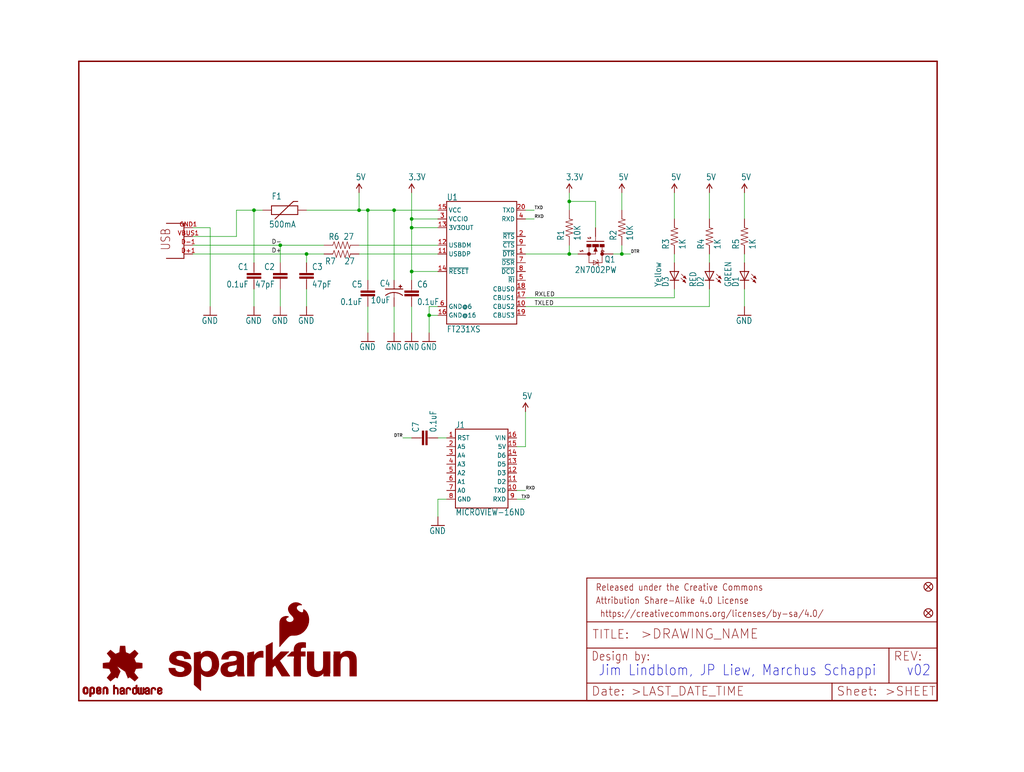
<source format=kicad_sch>
(kicad_sch (version 20211123) (generator eeschema)
  (paper "User" 297.002 223.926)
  (lib_symbols
    (symbol "eagleSchem-eagle-import:0.1UF-25V(+80{slash}-20%)(0603)"
      (property "Reference" "C" (at 1.524 2.921 0))
      (property "Value" "0.1UF-25V(+80{slash}-20%)(0603)" (at 1.524 -2.159 0))
      (symbol "0.1UF-25V(+80{slash}-20%)(0603)_1_0"
        (pin passive line (at 0 5.08 270) (length 2.54) (name "1") (number "1"))
        (pin passive line (at 0 -2.54 90) (length 2.54) (name "2") (number "2"))
      )
    )
    (symbol "eagleSchem-eagle-import:10KOHM1{slash}10W1%(0603)0603"
      (property "Reference" "R" (at -3.81 1.4986 0))
      (property "Value" "10KOHM1{slash}10W1%(0603)0603" (at -3.81 -3.302 0))
      (symbol "10KOHM1{slash}10W1%(0603)0603_1_0"
        (pin passive line (at -5.08 0 0) (length 2.54) (name "1") (number "1"))
        (pin passive line (at 5.08 0 180) (length 2.54) (name "2") (number "2"))
      )
    )
    (symbol "eagleSchem-eagle-import:10UF-16V-10%(TANT)"
      (property "Reference" "C" (at 1.016 0.635 0))
      (property "Value" "10UF-16V-10%(TANT)" (at 1.016 -4.191 0))
      (symbol "10UF-16V-10%(TANT)_1_0"
        (pin passive line (at 0 2.54 270) (length 2.54) (name "+") (number "A"))
        (pin passive line (at 0 -5.08 90) (length 2.54) (name "-") (number "C"))
      )
    )
    (symbol "eagleSchem-eagle-import:1KOHM1{slash}10W1%(0603)"
      (property "Reference" "R" (at -3.81 1.4986 0))
      (property "Value" "1KOHM1{slash}10W1%(0603)" (at -3.81 -3.302 0))
      (symbol "1KOHM1{slash}10W1%(0603)_1_0"
        (pin passive line (at -5.08 0 0) (length 2.54) (name "1") (number "1"))
        (pin passive line (at 5.08 0 180) (length 2.54) (name "2") (number "2"))
      )
    )
    (symbol "eagleSchem-eagle-import:3.3V" (power)
      (property "Value" "3.3V" (at -1.016 3.556 0))
      (symbol "3.3V_1_0"
        (pin power_in line (at 0 0 90) (length 2.54) (name "3.3V") (number "1"))
      )
    )
    (symbol "eagleSchem-eagle-import:47PF-50V-5%(0603)"
      (property "Reference" "C" (at 1.524 2.921 0))
      (property "Value" "47PF-50V-5%(0603)" (at 1.524 -2.159 0))
      (symbol "47PF-50V-5%(0603)_1_0"
        (pin passive line (at 0 5.08 270) (length 2.54) (name "1") (number "1"))
        (pin passive line (at 0 -2.54 90) (length 2.54) (name "2") (number "2"))
      )
    )
    (symbol "eagleSchem-eagle-import:5V" (power)
      (property "Value" "5V" (at -1.016 3.556 0))
      (symbol "5V_1_0"
        (pin power_in line (at 0 0 90) (length 2.54) (name "5V") (number "1"))
      )
    )
    (symbol "eagleSchem-eagle-import:FIDUCIAL1X2")
    (symbol "eagleSchem-eagle-import:FRAME-LETTER"
      (symbol "FRAME-LETTER_2_0"
        (text " https://creativecommons.org/licenses/by-sa/4.0/" (at 2.54 24.13 0) (effects (font (size 1.9304 1.6408)) (justify left bottom)))
        (text ">DRAWING_NAME" (at 15.494 17.78 0) (effects (font (size 2.7432 2.7432)) (justify left bottom)))
        (text ">LAST_DATE_TIME" (at 12.7 1.27 0) (effects (font (size 2.54 2.54)) (justify left bottom)))
        (text ">SHEET" (at 86.36 1.27 0) (effects (font (size 2.54 2.54)) (justify left bottom)))
        (text "Attribution Share-Alike 4.0 License" (at 2.54 27.94 0) (effects (font (size 1.9304 1.6408)) (justify left bottom)))
        (text "Date:" (at 1.27 1.27 0) (effects (font (size 2.54 2.54)) (justify left bottom)))
        (text "Design by:" (at 1.27 11.43 0) (effects (font (size 2.54 2.159)) (justify left bottom)))
        (text "Released under the Creative Commons" (at 2.54 31.75 0) (effects (font (size 1.9304 1.6408)) (justify left bottom)))
        (text "REV:" (at 88.9 11.43 0) (effects (font (size 2.54 2.54)) (justify left bottom)))
        (text "Sheet:" (at 72.39 1.27 0) (effects (font (size 2.54 2.54)) (justify left bottom)))
        (text "TITLE:" (at 1.524 17.78 0) (effects (font (size 2.54 2.54)) (justify left bottom)))
      )
    )
    (symbol "eagleSchem-eagle-import:FT231XS"
      (property "Reference" "U" (at -10.16 18.034 0))
      (property "Value" "FT231XS" (at -10.16 -18.288 0))
      (symbol "FT231XS_1_0"
        (pin bidirectional line (at 12.7 2.54 180) (length 2.54) (name "~{DTR}") (number "1"))
        (pin bidirectional line (at 12.7 -12.7 180) (length 2.54) (name "CBUS2") (number "10"))
        (pin bidirectional line (at -12.7 2.54 0) (length 2.54) (name "USBDP") (number "11"))
        (pin bidirectional line (at -12.7 5.08 0) (length 2.54) (name "USBDM") (number "12"))
        (pin bidirectional line (at -12.7 10.16 0) (length 2.54) (name "3V3OUT") (number "13"))
        (pin bidirectional line (at -12.7 -2.54 0) (length 2.54) (name "~{RESET}") (number "14"))
        (pin bidirectional line (at -12.7 15.24 0) (length 2.54) (name "VCC") (number "15"))
        (pin bidirectional line (at -12.7 -15.24 0) (length 2.54) (name "GND@16") (number "16"))
        (pin bidirectional line (at 12.7 -10.16 180) (length 2.54) (name "CBUS1") (number "17"))
        (pin bidirectional line (at 12.7 -7.62 180) (length 2.54) (name "CBUS0") (number "18"))
        (pin bidirectional line (at 12.7 -15.24 180) (length 2.54) (name "CBUS3") (number "19"))
        (pin bidirectional line (at 12.7 7.62 180) (length 2.54) (name "~{RTS}") (number "2"))
        (pin bidirectional line (at 12.7 15.24 180) (length 2.54) (name "TXD") (number "20"))
        (pin bidirectional line (at -12.7 12.7 0) (length 2.54) (name "VCCIO") (number "3"))
        (pin bidirectional line (at 12.7 12.7 180) (length 2.54) (name "RXD") (number "4"))
        (pin bidirectional line (at 12.7 -5.08 180) (length 2.54) (name "~{RI}") (number "5"))
        (pin bidirectional line (at -12.7 -12.7 0) (length 2.54) (name "GND@6") (number "6"))
        (pin bidirectional line (at 12.7 0 180) (length 2.54) (name "~{DSR}") (number "7"))
        (pin bidirectional line (at 12.7 -2.54 180) (length 2.54) (name "~{DCD}") (number "8"))
        (pin bidirectional line (at 12.7 5.08 180) (length 2.54) (name "~{CTS}") (number "9"))
      )
    )
    (symbol "eagleSchem-eagle-import:GND" (power)
      (property "Value" "GND" (at -2.54 -2.54 0))
      (symbol "GND_1_0"
        (pin power_in line (at 0 2.54 270) (length 2.54) (name "GND") (number "1"))
      )
    )
    (symbol "eagleSchem-eagle-import:LED-GREENLARGE"
      (property "Reference" "D" (at 3.556 -4.572 90))
      (property "Value" "LED-GREENLARGE" (at 5.715 -4.572 90))
      (symbol "LED-GREENLARGE_1_0"
        (pin passive line (at 0 2.54 270) (length 2.54) (name "A") (number "A"))
        (pin passive line (at 0 -5.08 90) (length 2.54) (name "C") (number "C"))
      )
    )
    (symbol "eagleSchem-eagle-import:LED-RED1206"
      (property "Reference" "D" (at 3.556 -4.572 90))
      (property "Value" "LED-RED1206" (at 5.715 -4.572 90))
      (symbol "LED-RED1206_1_0"
        (pin passive line (at 0 2.54 270) (length 2.54) (name "A") (number "A"))
        (pin passive line (at 0 -5.08 90) (length 2.54) (name "C") (number "C"))
      )
    )
    (symbol "eagleSchem-eagle-import:LED-YELLOWLILYPAD"
      (property "Reference" "D" (at 3.556 -4.572 90))
      (property "Value" "LED-YELLOWLILYPAD" (at 5.715 -4.572 90))
      (symbol "LED-YELLOWLILYPAD_1_0"
        (pin passive line (at 0 2.54 270) (length 2.54) (name "A") (number "A"))
        (pin passive line (at 0 -5.08 90) (length 2.54) (name "C") (number "C"))
      )
    )
    (symbol "eagleSchem-eagle-import:MICROVIEW-16ND"
      (property "Reference" "J" (at -7.62 12.954 0))
      (property "Value" "MICROVIEW-16ND" (at -7.62 -10.414 0))
      (symbol "MICROVIEW-16ND_1_0"
        (pin output line (at -10.16 10.16 0) (length 2.54) (name "RST") (number "1"))
        (pin output line (at 10.16 -5.08 180) (length 2.54) (name "TXD") (number "10"))
        (pin output line (at 10.16 -2.54 180) (length 2.54) (name "D2") (number "11"))
        (pin output line (at 10.16 0 180) (length 2.54) (name "D3") (number "12"))
        (pin output line (at 10.16 2.54 180) (length 2.54) (name "D5") (number "13"))
        (pin output line (at 10.16 5.08 180) (length 2.54) (name "D6") (number "14"))
        (pin output line (at 10.16 7.62 180) (length 2.54) (name "5V") (number "15"))
        (pin output line (at 10.16 10.16 180) (length 2.54) (name "VIN") (number "16"))
        (pin output line (at -10.16 7.62 0) (length 2.54) (name "A5") (number "2"))
        (pin output line (at -10.16 5.08 0) (length 2.54) (name "A4") (number "3"))
        (pin output line (at -10.16 2.54 0) (length 2.54) (name "A3") (number "4"))
        (pin output line (at -10.16 0 0) (length 2.54) (name "A2") (number "5"))
        (pin output line (at -10.16 -2.54 0) (length 2.54) (name "A1") (number "6"))
        (pin output line (at -10.16 -5.08 0) (length 2.54) (name "A0") (number "7"))
        (pin output line (at -10.16 -7.62 0) (length 2.54) (name "GND") (number "8"))
        (pin output line (at 10.16 -7.62 180) (length 2.54) (name "RXD") (number "9"))
      )
    )
    (symbol "eagleSchem-eagle-import:MOSFET-NCHANNEL2N7002PW"
      (property "Reference" "Q" (at 5.08 2.54 0))
      (property "Value" "MOSFET-NCHANNEL2N7002PW" (at 5.08 0 0))
      (symbol "MOSFET-NCHANNEL2N7002PW_1_0"
        (text "D" (at -1.27 2.54 0) (effects (font (size 0.8128 0.6908)) (justify left bottom)))
        (text "G" (at -5.08 -1.27 0) (effects (font (size 0.8128 0.6908)) (justify left bottom)))
        (text "S" (at -1.27 -3.556 0) (effects (font (size 0.8128 0.6908)) (justify left bottom)))
        (pin passive line (at -7.62 0 0) (length 2.54) (name "G") (number "1"))
        (pin passive line (at 0 -5.08 90) (length 2.54) (name "S") (number "2"))
        (pin passive line (at 0 5.08 270) (length 2.54) (name "D") (number "3"))
      )
    )
    (symbol "eagleSchem-eagle-import:OSHW-LOGOS")
    (symbol "eagleSchem-eagle-import:PTCSMD-W"
      (property "Reference" "F" (at -2.54 3.048 0))
      (property "Value" "PTCSMD-W" (at -3.302 -5.08 0))
      (symbol "PTCSMD-W_1_0"
        (pin bidirectional line (at -5.08 0 0) (length 2.54) (name "1") (number "1"))
        (pin bidirectional line (at 7.62 0 180) (length 2.54) (name "2") (number "2"))
      )
    )
    (symbol "eagleSchem-eagle-import:RESISTOR0603-RES"
      (property "Reference" "R" (at -3.81 1.4986 0))
      (property "Value" "RESISTOR0603-RES" (at -3.81 -3.302 0))
      (symbol "RESISTOR0603-RES_1_0"
        (pin passive line (at -5.08 0 0) (length 2.54) (name "1") (number "1"))
        (pin passive line (at 5.08 0 180) (length 2.54) (name "2") (number "2"))
      )
    )
    (symbol "eagleSchem-eagle-import:SFE_LOGO_FLAME.1_INCH")
    (symbol "eagleSchem-eagle-import:SFE_LOGO_NAME_FLAME.1_INCH")
    (symbol "eagleSchem-eagle-import:USBA-SMD-MALE"
      (symbol "USBA-SMD-MALE_1_0"
        (text "USB" (at 3.81 0 900) (effects (font (size 2.54 2.159)) (justify left bottom)))
        (pin bidirectional line (at -2.54 7.62 0) (length 2.54) (name "D+") (number "D+1"))
        (pin bidirectional line (at -2.54 5.08 0) (length 2.54) (name "D-") (number "D-1"))
        (pin bidirectional line (at -2.54 0 0) (length 2.54) (name "GND") (number "GND1"))
        (pin bidirectional line (at -2.54 2.54 0) (length 2.54) (name "VBUS") (number "VBUS1"))
      )
    )
  )
  (junction (at 106.68 60.96))
  (junction (at 119.38 78.74))
  (junction (at 81.28 71.12))
  (junction (at 114.3 60.96))
  (junction (at 73.66 60.96))
  (junction (at 165.1 58.42))
  (junction (at 88.9 73.66))
  (junction (at 104.14 60.96))
  (junction (at 165.1 73.66))
  (junction (at 119.38 63.5))
  (junction (at 180.34 73.66))
  (junction (at 124.46 91.44))
  (junction (at 119.38 66.04))
  (wire (pts (xy 60.96 66.04) (xy 60.96 88.9)))
  (wire (pts (xy 152.4 129.54) (xy 152.4 119.38)))
  (wire (pts (xy 152.4 86.36) (xy 195.58 86.36)))
  (wire (pts (xy 55.88 73.66) (xy 88.9 73.66)))
  (wire (pts (xy 119.38 96.52) (xy 119.38 88.9)))
  (wire (pts (xy 119.38 66.04) (xy 119.38 63.5)))
  (wire (pts (xy 119.38 63.5) (xy 119.38 55.88)))
  (wire (pts (xy 180.34 73.66) (xy 182.88 73.66)))
  (wire (pts (xy 195.58 73.66) (xy 195.58 76.2)))
  (wire (pts (xy 165.1 73.66) (xy 167.64 73.66)))
  (wire (pts (xy 81.28 71.12) (xy 81.28 76.2)))
  (wire (pts (xy 119.38 63.5) (xy 127 63.5)))
  (wire (pts (xy 127 71.12) (xy 104.14 71.12)))
  (wire (pts (xy 180.34 71.12) (xy 180.34 73.66)))
  (wire (pts (xy 127 144.78) (xy 127 149.86)))
  (wire (pts (xy 165.1 58.42) (xy 172.72 58.42)))
  (wire (pts (xy 127 91.44) (xy 124.46 91.44)))
  (wire (pts (xy 68.58 60.96) (xy 73.66 60.96)))
  (wire (pts (xy 129.54 144.78) (xy 127 144.78)))
  (wire (pts (xy 106.68 60.96) (xy 114.3 60.96)))
  (wire (pts (xy 205.74 76.2) (xy 205.74 73.66)))
  (wire (pts (xy 93.98 73.66) (xy 88.9 73.66)))
  (wire (pts (xy 88.9 88.9) (xy 88.9 83.82)))
  (wire (pts (xy 124.46 88.9) (xy 124.46 91.44)))
  (wire (pts (xy 152.4 88.9) (xy 205.74 88.9)))
  (wire (pts (xy 195.58 86.36) (xy 195.58 83.82)))
  (wire (pts (xy 195.58 55.88) (xy 195.58 63.5)))
  (wire (pts (xy 55.88 68.58) (xy 68.58 68.58)))
  (wire (pts (xy 93.98 71.12) (xy 81.28 71.12)))
  (wire (pts (xy 215.9 88.9) (xy 215.9 83.82)))
  (wire (pts (xy 88.9 73.66) (xy 88.9 76.2)))
  (wire (pts (xy 119.38 66.04) (xy 127 66.04)))
  (wire (pts (xy 180.34 60.96) (xy 180.34 55.88)))
  (wire (pts (xy 149.86 129.54) (xy 152.4 129.54)))
  (wire (pts (xy 104.14 60.96) (xy 104.14 55.88)))
  (wire (pts (xy 205.74 55.88) (xy 205.74 63.5)))
  (wire (pts (xy 124.46 91.44) (xy 124.46 96.52)))
  (wire (pts (xy 149.86 142.24) (xy 152.4 142.24)))
  (wire (pts (xy 104.14 60.96) (xy 106.68 60.96)))
  (wire (pts (xy 119.38 127) (xy 116.84 127)))
  (wire (pts (xy 152.4 63.5) (xy 154.94 63.5)))
  (wire (pts (xy 73.66 60.96) (xy 76.2 60.96)))
  (wire (pts (xy 88.9 60.96) (xy 104.14 60.96)))
  (wire (pts (xy 152.4 60.96) (xy 154.94 60.96)))
  (wire (pts (xy 119.38 81.28) (xy 119.38 78.74)))
  (wire (pts (xy 73.66 88.9) (xy 73.66 83.82)))
  (wire (pts (xy 215.9 76.2) (xy 215.9 73.66)))
  (wire (pts (xy 68.58 68.58) (xy 68.58 60.96)))
  (wire (pts (xy 172.72 58.42) (xy 172.72 66.04)))
  (wire (pts (xy 73.66 76.2) (xy 73.66 60.96)))
  (wire (pts (xy 177.8 73.66) (xy 180.34 73.66)))
  (wire (pts (xy 165.1 73.66) (xy 165.1 71.12)))
  (wire (pts (xy 127 127) (xy 129.54 127)))
  (wire (pts (xy 106.68 96.52) (xy 106.68 88.9)))
  (wire (pts (xy 165.1 60.96) (xy 165.1 58.42)))
  (wire (pts (xy 127 73.66) (xy 104.14 73.66)))
  (wire (pts (xy 205.74 88.9) (xy 205.74 83.82)))
  (wire (pts (xy 215.9 55.88) (xy 215.9 63.5)))
  (wire (pts (xy 127 88.9) (xy 124.46 88.9)))
  (wire (pts (xy 81.28 88.9) (xy 81.28 83.82)))
  (wire (pts (xy 152.4 73.66) (xy 165.1 73.66)))
  (wire (pts (xy 119.38 78.74) (xy 127 78.74)))
  (wire (pts (xy 114.3 81.28) (xy 114.3 60.96)))
  (wire (pts (xy 149.86 144.78) (xy 152.4 144.78)))
  (wire (pts (xy 119.38 78.74) (xy 119.38 66.04)))
  (wire (pts (xy 114.3 96.52) (xy 114.3 88.9)))
  (wire (pts (xy 165.1 58.42) (xy 165.1 55.88)))
  (wire (pts (xy 114.3 60.96) (xy 127 60.96)))
  (wire (pts (xy 60.96 66.04) (xy 55.88 66.04)))
  (wire (pts (xy 106.68 81.28) (xy 106.68 60.96)))
  (wire (pts (xy 55.88 71.12) (xy 81.28 71.12)))
  (text "Jim Lindblom, JP Liew, Marchus Schappi" (at 173.482 196.342 180) (effects (font (size 3.048 2.5908)) (justify left bottom)))
  (text "v02" (at 262.89 196.342 180) (effects (font (size 3.048 2.5908)) (justify left bottom)))
  (label "D+" (at 78.74 73.66 0) (effects (font (size 1.2446 1.2446))))
  (label "TXD" (at 154.94 60.96 0) (effects (font (size 0.889 0.889))))
  (label "TXLED" (at 154.94 88.9 0) (effects (font (size 1.2446 1.2446))))
  (label "RXLED" (at 154.94 86.36 0) (effects (font (size 1.2446 1.2446))))
  (label "RXD" (at 154.94 63.5 0) (effects (font (size 0.889 0.889))))
  (label "D-" (at 78.74 71.12 0) (effects (font (size 1.2446 1.2446))))
  (label "DTR" (at 116.84 127 180) (effects (font (size 0.889 0.889))))
  (label "DTR" (at 182.88 73.66 0) (effects (font (size 0.889 0.889))))
  (label "RXD" (at 152.4 142.24 0) (effects (font (size 0.889 0.889))))
  (label "TXD" (at 151.13 144.78 0) (effects (font (size 0.889 0.889))))
  (symbol (lib_id "eagleSchem-eagle-import:FIDUCIAL1X2") (at 269.24 177.8 0) (unit 1)
    (property "Reference" "FID2" (effects hide))
    (property "Value" "FIDUCIAL1X2" (effects hide))
    (property "Footprint" "eagleSchem:FIDUCIAL-1X2" (effects hide))
  )
  (symbol (lib_id "eagleSchem-eagle-import:5V") (at 104.14 55.88 0) (unit 1)
    (property "Reference" "#U$2" (effects hide))
    (property "Value" "5V" (at 103.124 52.324 0) (effects (font (size 1.778 1.5113)) (justify left bottom)))
    (property "Footprint" "eagleSchem:" (effects hide))
  )
  (symbol (lib_id "eagleSchem-eagle-import:GND") (at 215.9 91.44 0) (unit 1)
    (property "Reference" "#GND1" (effects hide))
    (property "Value" "GND" (at 213.36 93.98 0) (effects (font (size 1.778 1.5113)) (justify left bottom)))
    (property "Footprint" "eagleSchem:" (effects hide))
  )
  (symbol (lib_id "eagleSchem-eagle-import:MICROVIEW-16ND") (at 139.7 137.16 0) (unit 1)
    (property "Reference" "J1" (at 132.08 124.206 0) (effects (font (size 1.778 1.5113)) (justify left bottom)))
    (property "Value" "MICROVIEW-16ND" (at 132.08 147.574 0) (effects (font (size 1.778 1.5113)) (justify left top)))
    (property "Footprint" "eagleSchem:MV-DIP16-NODIMENSION" (effects hide))
  )
  (symbol (lib_id "eagleSchem-eagle-import:GND") (at 119.38 99.06 0) (unit 1)
    (property "Reference" "#GND22" (effects hide))
    (property "Value" "GND" (at 116.84 101.6 0) (effects (font (size 1.778 1.5113)) (justify left bottom)))
    (property "Footprint" "eagleSchem:" (effects hide))
  )
  (symbol (lib_id "eagleSchem-eagle-import:RESISTOR0603-RES") (at 99.06 73.66 0) (unit 1)
    (property "Reference" "R7" (at 94.234 76.7334 0) (effects (font (size 1.778 1.5113)) (justify left bottom)))
    (property "Value" "27" (at 99.822 76.708 0) (effects (font (size 1.778 1.5113)) (justify left bottom)))
    (property "Footprint" "eagleSchem:0603-RES" (effects hide))
  )
  (symbol (lib_id "eagleSchem-eagle-import:FRAME-LETTER") (at 170.18 203.2 0) (unit 2)
    (property "Reference" "FRAME1" (effects hide))
    (property "Value" "FRAME-LETTER" (effects hide))
    (property "Footprint" "eagleSchem:CREATIVE_COMMONS" (effects hide))
  )
  (symbol (lib_id "eagleSchem-eagle-import:1KOHM1{slash}10W1%(0603)") (at 195.58 68.58 90) (unit 1)
    (property "Reference" "R3" (at 194.0814 72.39 0) (effects (font (size 1.778 1.5113)) (justify left bottom)))
    (property "Value" "1K" (at 198.882 72.39 0) (effects (font (size 1.778 1.5113)) (justify left bottom)))
    (property "Footprint" "eagleSchem:0603-RES" (effects hide))
  )
  (symbol (lib_id "eagleSchem-eagle-import:5V") (at 205.74 55.88 0) (unit 1)
    (property "Reference" "#U$10" (effects hide))
    (property "Value" "5V" (at 204.724 52.324 0) (effects (font (size 1.778 1.5113)) (justify left bottom)))
    (property "Footprint" "eagleSchem:" (effects hide))
  )
  (symbol (lib_id "eagleSchem-eagle-import:SFE_LOGO_FLAME.1_INCH") (at 80.772 187.96 0) (unit 1)
    (property "Reference" "LOGO1" (effects hide))
    (property "Value" "SFE_LOGO_FLAME.1_INCH" (effects hide))
    (property "Footprint" "eagleSchem:SFE_LOGO_FLAME_.1" (effects hide))
  )
  (symbol (lib_id "eagleSchem-eagle-import:GND") (at 106.68 99.06 0) (unit 1)
    (property "Reference" "#GND20" (effects hide))
    (property "Value" "GND" (at 104.14 101.6 0) (effects (font (size 1.778 1.5113)) (justify left bottom)))
    (property "Footprint" "eagleSchem:" (effects hide))
  )
  (symbol (lib_id "eagleSchem-eagle-import:5V") (at 152.4 119.38 0) (unit 1)
    (property "Reference" "#SUPPLY3" (effects hide))
    (property "Value" "5V" (at 151.384 115.824 0) (effects (font (size 1.778 1.5113)) (justify left bottom)))
    (property "Footprint" "eagleSchem:" (effects hide))
  )
  (symbol (lib_id "eagleSchem-eagle-import:1KOHM1{slash}10W1%(0603)") (at 205.74 68.58 90) (unit 1)
    (property "Reference" "R4" (at 204.2414 72.39 0) (effects (font (size 1.778 1.5113)) (justify left bottom)))
    (property "Value" "1K" (at 209.042 72.39 0) (effects (font (size 1.778 1.5113)) (justify left bottom)))
    (property "Footprint" "eagleSchem:0603-RES" (effects hide))
  )
  (symbol (lib_id "eagleSchem-eagle-import:5V") (at 180.34 55.88 0) (unit 1)
    (property "Reference" "#U$7" (effects hide))
    (property "Value" "5V" (at 179.324 52.324 0) (effects (font (size 1.778 1.5113)) (justify left bottom)))
    (property "Footprint" "eagleSchem:" (effects hide))
  )
  (symbol (lib_id "eagleSchem-eagle-import:LED-RED1206") (at 205.74 78.74 0) (mirror y) (unit 1)
    (property "Reference" "D2" (at 202.184 83.312 90) (effects (font (size 1.778 1.5113)) (justify left bottom)))
    (property "Value" "RED" (at 200.025 83.312 90) (effects (font (size 1.778 1.5113)) (justify left bottom)))
    (property "Footprint" "eagleSchem:LED-1206" (effects hide))
  )
  (symbol (lib_id "eagleSchem-eagle-import:LED-YELLOWLILYPAD") (at 195.58 78.74 0) (mirror y) (unit 1)
    (property "Reference" "D3" (at 192.024 83.312 90) (effects (font (size 1.778 1.5113)) (justify left bottom)))
    (property "Value" "Yellow" (at 189.865 83.312 90) (effects (font (size 1.778 1.5113)) (justify left bottom)))
    (property "Footprint" "eagleSchem:LED-1206" (effects hide))
  )
  (symbol (lib_id "eagleSchem-eagle-import:0.1UF-25V(+80{slash}-20%)(0603)") (at 119.38 86.36 0) (unit 1)
    (property "Reference" "C6" (at 120.904 83.439 0) (effects (font (size 1.778 1.5113)) (justify left bottom)))
    (property "Value" "0.1uF" (at 120.904 88.519 0) (effects (font (size 1.778 1.5113)) (justify left bottom)))
    (property "Footprint" "eagleSchem:0603-CAP" (effects hide))
  )
  (symbol (lib_id "eagleSchem-eagle-import:1KOHM1{slash}10W1%(0603)") (at 215.9 68.58 90) (unit 1)
    (property "Reference" "R5" (at 214.4014 72.39 0) (effects (font (size 1.778 1.5113)) (justify left bottom)))
    (property "Value" "1K" (at 219.202 72.39 0) (effects (font (size 1.778 1.5113)) (justify left bottom)))
    (property "Footprint" "eagleSchem:0603-RES" (effects hide))
  )
  (symbol (lib_id "eagleSchem-eagle-import:10KOHM1{slash}10W1%(0603)0603") (at 165.1 66.04 90) (unit 1)
    (property "Reference" "R1" (at 163.6014 69.85 0) (effects (font (size 1.778 1.5113)) (justify left bottom)))
    (property "Value" "10K" (at 168.402 69.85 0) (effects (font (size 1.778 1.5113)) (justify left bottom)))
    (property "Footprint" "eagleSchem:0603-RES" (effects hide))
  )
  (symbol (lib_id "eagleSchem-eagle-import:10KOHM1{slash}10W1%(0603)0603") (at 180.34 66.04 90) (unit 1)
    (property "Reference" "R2" (at 178.8414 69.85 0) (effects (font (size 1.778 1.5113)) (justify left bottom)))
    (property "Value" "10K" (at 183.642 69.85 0) (effects (font (size 1.778 1.5113)) (justify left bottom)))
    (property "Footprint" "eagleSchem:0603-RES" (effects hide))
  )
  (symbol (lib_id "eagleSchem-eagle-import:GND") (at 81.28 91.44 0) (unit 1)
    (property "Reference" "#GND16" (effects hide))
    (property "Value" "GND" (at 78.74 93.98 0) (effects (font (size 1.778 1.5113)) (justify left bottom)))
    (property "Footprint" "eagleSchem:" (effects hide))
  )
  (symbol (lib_id "eagleSchem-eagle-import:GND") (at 88.9 91.44 0) (unit 1)
    (property "Reference" "#GND15" (effects hide))
    (property "Value" "GND" (at 86.36 93.98 0) (effects (font (size 1.778 1.5113)) (justify left bottom)))
    (property "Footprint" "eagleSchem:" (effects hide))
  )
  (symbol (lib_id "eagleSchem-eagle-import:GND") (at 60.96 91.44 0) (unit 1)
    (property "Reference" "#GND2" (effects hide))
    (property "Value" "GND" (at 58.42 93.98 0) (effects (font (size 1.778 1.5113)) (justify left bottom)))
    (property "Footprint" "eagleSchem:" (effects hide))
  )
  (symbol (lib_id "eagleSchem-eagle-import:OSHW-LOGOS") (at 35.56 193.04 0) (unit 1)
    (property "Reference" "LOGO2" (effects hide))
    (property "Value" "OSHW-LOGOS" (effects hide))
    (property "Footprint" "eagleSchem:OSHW-LOGO-S" (effects hide))
  )
  (symbol (lib_id "eagleSchem-eagle-import:RESISTOR0603-RES") (at 99.06 71.12 0) (unit 1)
    (property "Reference" "R6" (at 95.25 69.6214 0) (effects (font (size 1.778 1.5113)) (justify left bottom)))
    (property "Value" "27" (at 99.568 69.596 0) (effects (font (size 1.778 1.5113)) (justify left bottom)))
    (property "Footprint" "eagleSchem:0603-RES" (effects hide))
  )
  (symbol (lib_id "eagleSchem-eagle-import:3.3V") (at 165.1 55.88 0) (unit 1)
    (property "Reference" "#SUPPLY2" (effects hide))
    (property "Value" "3.3V" (at 164.084 52.324 0) (effects (font (size 1.778 1.5113)) (justify left bottom)))
    (property "Footprint" "eagleSchem:" (effects hide))
  )
  (symbol (lib_id "eagleSchem-eagle-import:5V") (at 195.58 55.88 0) (unit 1)
    (property "Reference" "#U$11" (effects hide))
    (property "Value" "5V" (at 194.564 52.324 0) (effects (font (size 1.778 1.5113)) (justify left bottom)))
    (property "Footprint" "eagleSchem:" (effects hide))
  )
  (symbol (lib_id "eagleSchem-eagle-import:47PF-50V-5%(0603)") (at 88.9 81.28 0) (unit 1)
    (property "Reference" "C3" (at 90.424 78.359 0) (effects (font (size 1.778 1.5113)) (justify left bottom)))
    (property "Value" "47pF" (at 90.424 83.439 0) (effects (font (size 1.778 1.5113)) (justify left bottom)))
    (property "Footprint" "eagleSchem:0603-CAP" (effects hide))
  )
  (symbol (lib_id "eagleSchem-eagle-import:10UF-16V-10%(TANT)") (at 114.3 83.82 0) (mirror y) (unit 1)
    (property "Reference" "C4" (at 113.284 83.185 0) (effects (font (size 1.778 1.5113)) (justify left bottom)))
    (property "Value" "10uF" (at 113.284 88.011 0) (effects (font (size 1.778 1.5113)) (justify left bottom)))
    (property "Footprint" "eagleSchem:EIA3216" (effects hide))
  )
  (symbol (lib_id "eagleSchem-eagle-import:5V") (at 215.9 55.88 0) (unit 1)
    (property "Reference" "#U$1" (effects hide))
    (property "Value" "5V" (at 214.884 52.324 0) (effects (font (size 1.778 1.5113)) (justify left bottom)))
    (property "Footprint" "eagleSchem:" (effects hide))
  )
  (symbol (lib_id "eagleSchem-eagle-import:PTCSMD-W") (at 81.28 60.96 0) (unit 1)
    (property "Reference" "F1" (at 78.74 57.912 0) (effects (font (size 1.778 1.5113)) (justify left bottom)))
    (property "Value" "500mA" (at 77.978 66.04 0) (effects (font (size 1.778 1.5113)) (justify left bottom)))
    (property "Footprint" "eagleSchem:PTC-1206-WIDE" (effects hide))
  )
  (symbol (lib_id "eagleSchem-eagle-import:FIDUCIAL1X2") (at 269.24 170.18 0) (unit 1)
    (property "Reference" "FID1" (effects hide))
    (property "Value" "FIDUCIAL1X2" (effects hide))
    (property "Footprint" "eagleSchem:FIDUCIAL-1X2" (effects hide))
  )
  (symbol (lib_id "eagleSchem-eagle-import:LED-GREENLARGE") (at 215.9 78.74 0) (mirror y) (unit 1)
    (property "Reference" "D1" (at 212.344 83.312 90) (effects (font (size 1.778 1.5113)) (justify left bottom)))
    (property "Value" "GREEN" (at 210.185 83.312 90) (effects (font (size 1.778 1.5113)) (justify left bottom)))
    (property "Footprint" "eagleSchem:LED-1206" (effects hide))
  )
  (symbol (lib_id "eagleSchem-eagle-import:0.1UF-25V(+80{slash}-20%)(0603)") (at 106.68 86.36 0) (mirror y) (unit 1)
    (property "Reference" "C5" (at 105.156 83.439 0) (effects (font (size 1.778 1.5113)) (justify left bottom)))
    (property "Value" "0.1uF" (at 105.156 88.519 0) (effects (font (size 1.778 1.5113)) (justify left bottom)))
    (property "Footprint" "eagleSchem:0603-CAP" (effects hide))
  )
  (symbol (lib_id "eagleSchem-eagle-import:0.1UF-25V(+80{slash}-20%)(0603)") (at 124.46 127 90) (unit 1)
    (property "Reference" "C7" (at 121.539 125.476 0) (effects (font (size 1.778 1.5113)) (justify left bottom)))
    (property "Value" "0.1uF" (at 126.619 125.476 0) (effects (font (size 1.778 1.5113)) (justify left bottom)))
    (property "Footprint" "eagleSchem:0603-CAP" (effects hide))
  )
  (symbol (lib_id "eagleSchem-eagle-import:0.1UF-25V(+80{slash}-20%)(0603)") (at 73.66 81.28 0) (mirror y) (unit 1)
    (property "Reference" "C1" (at 72.136 78.359 0) (effects (font (size 1.778 1.5113)) (justify left bottom)))
    (property "Value" "0.1uF" (at 72.136 83.439 0) (effects (font (size 1.778 1.5113)) (justify left bottom)))
    (property "Footprint" "eagleSchem:0603-CAP" (effects hide))
  )
  (symbol (lib_id "eagleSchem-eagle-import:GND") (at 114.3 99.06 0) (unit 1)
    (property "Reference" "#GND10" (effects hide))
    (property "Value" "GND" (at 111.76 101.6 0) (effects (font (size 1.778 1.5113)) (justify left bottom)))
    (property "Footprint" "eagleSchem:" (effects hide))
  )
  (symbol (lib_id "eagleSchem-eagle-import:3.3V") (at 119.38 55.88 0) (unit 1)
    (property "Reference" "#SUPPLY1" (effects hide))
    (property "Value" "3.3V" (at 118.364 52.324 0) (effects (font (size 1.778 1.5113)) (justify left bottom)))
    (property "Footprint" "eagleSchem:" (effects hide))
  )
  (symbol (lib_id "eagleSchem-eagle-import:GND") (at 127 152.4 0) (unit 1)
    (property "Reference" "#GND3" (effects hide))
    (property "Value" "GND" (at 124.46 154.94 0) (effects (font (size 1.778 1.5113)) (justify left bottom)))
    (property "Footprint" "eagleSchem:" (effects hide))
  )
  (symbol (lib_id "eagleSchem-eagle-import:FT231XS") (at 139.7 76.2 0) (unit 1)
    (property "Reference" "U1" (at 129.54 58.166 0) (effects (font (size 1.778 1.5113)) (justify left bottom)))
    (property "Value" "FT231XS" (at 129.54 94.488 0) (effects (font (size 1.778 1.5113)) (justify left top)))
    (property "Footprint" "eagleSchem:SSOP20_L" (effects hide))
  )
  (symbol (lib_id "eagleSchem-eagle-import:USBA-SMD-MALE") (at 53.34 66.04 180) (unit 1)
    (property "Reference" "JP1" (effects hide))
    (property "Value" "USBA-SMD-MALE" (effects hide))
    (property "Footprint" "eagleSchem:USB-A-SMT-MALE" (effects hide))
  )
  (symbol (lib_id "eagleSchem-eagle-import:SFE_LOGO_NAME_FLAME.1_INCH") (at 48.26 200.66 0) (unit 1)
    (property "Reference" "LOGO3" (effects hide))
    (property "Value" "SFE_LOGO_NAME_FLAME.1_INCH" (effects hide))
    (property "Footprint" "eagleSchem:SFE_LOGO_NAME_FLAME_.1" (effects hide))
  )
  (symbol (lib_id "eagleSchem-eagle-import:GND") (at 124.46 99.06 0) (unit 1)
    (property "Reference" "#GND17" (effects hide))
    (property "Value" "GND" (at 121.92 101.6 0) (effects (font (size 1.778 1.5113)) (justify left bottom)))
    (property "Footprint" "eagleSchem:" (effects hide))
  )
  (symbol (lib_id "eagleSchem-eagle-import:MOSFET-NCHANNEL2N7002PW") (at 172.72 73.66 270) (unit 1)
    (property "Reference" "Q1" (at 175.26 76.2 90) (effects (font (size 1.778 1.5113)) (justify left bottom)))
    (property "Value" "2N7002PW" (at 166.624 79.248 90) (effects (font (size 1.778 1.5113)) (justify left bottom)))
    (property "Footprint" "eagleSchem:SOT323" (effects hide))
  )
  (symbol (lib_id "eagleSchem-eagle-import:FRAME-LETTER") (at 22.86 203.2 0) (unit 1)
    (property "Reference" "FRAME1" (effects hide))
    (property "Value" "FRAME-LETTER" (effects hide))
    (property "Footprint" "eagleSchem:CREATIVE_COMMONS" (effects hide))
  )
  (symbol (lib_id "eagleSchem-eagle-import:GND") (at 73.66 91.44 0) (unit 1)
    (property "Reference" "#GND24" (effects hide))
    (property "Value" "GND" (at 71.12 93.98 0) (effects (font (size 1.778 1.5113)) (justify left bottom)))
    (property "Footprint" "eagleSchem:" (effects hide))
  )
  (symbol (lib_id "eagleSchem-eagle-import:47PF-50V-5%(0603)") (at 81.28 81.28 0) (mirror y) (unit 1)
    (property "Reference" "C2" (at 79.756 78.359 0) (effects (font (size 1.778 1.5113)) (justify left bottom)))
    (property "Value" "47pF" (at 79.756 83.439 0) (effects (font (size 1.778 1.5113)) (justify left bottom)))
    (property "Footprint" "eagleSchem:0603-CAP" (effects hide))
  )
)
</source>
